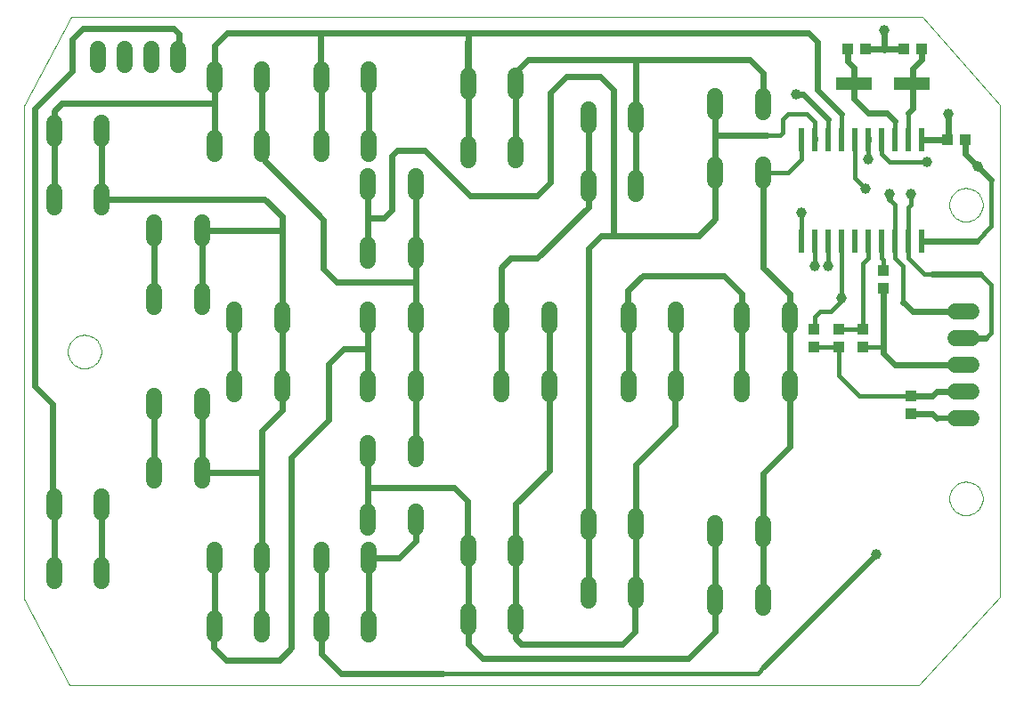
<source format=gtl>
G75*
G70*
%OFA0B0*%
%FSLAX24Y24*%
%IPPOS*%
%LPD*%
%AMOC8*
5,1,8,0,0,1.08239X$1,22.5*
%
%ADD10C,0.0000*%
%ADD11R,0.0236X0.0866*%
%ADD12R,0.1378X0.0472*%
%ADD13R,0.0433X0.0394*%
%ADD14R,0.0394X0.0433*%
%ADD15C,0.0600*%
%ADD16C,0.0594*%
%ADD17C,0.0240*%
%ADD18C,0.0396*%
%ADD19C,0.0200*%
%ADD20C,0.0160*%
%ADD21C,0.0120*%
D10*
X001917Y000100D02*
X033717Y000100D01*
X036737Y003400D01*
X036737Y021846D01*
X033821Y025146D01*
X001967Y025150D01*
X000217Y021796D01*
X000217Y003350D01*
X001917Y000100D01*
X001842Y012600D02*
X001844Y012650D01*
X001850Y012699D01*
X001860Y012748D01*
X001873Y012795D01*
X001891Y012842D01*
X001912Y012887D01*
X001936Y012930D01*
X001964Y012971D01*
X001995Y013010D01*
X002029Y013046D01*
X002066Y013080D01*
X002106Y013110D01*
X002147Y013137D01*
X002191Y013161D01*
X002236Y013181D01*
X002283Y013197D01*
X002331Y013210D01*
X002380Y013219D01*
X002430Y013224D01*
X002479Y013225D01*
X002529Y013222D01*
X002578Y013215D01*
X002627Y013204D01*
X002674Y013190D01*
X002720Y013171D01*
X002765Y013149D01*
X002808Y013124D01*
X002848Y013095D01*
X002886Y013063D01*
X002922Y013029D01*
X002955Y012991D01*
X002984Y012951D01*
X003010Y012909D01*
X003033Y012865D01*
X003052Y012819D01*
X003068Y012772D01*
X003080Y012723D01*
X003088Y012674D01*
X003092Y012625D01*
X003092Y012575D01*
X003088Y012526D01*
X003080Y012477D01*
X003068Y012428D01*
X003052Y012381D01*
X003033Y012335D01*
X003010Y012291D01*
X002984Y012249D01*
X002955Y012209D01*
X002922Y012171D01*
X002886Y012137D01*
X002848Y012105D01*
X002808Y012076D01*
X002765Y012051D01*
X002720Y012029D01*
X002674Y012010D01*
X002627Y011996D01*
X002578Y011985D01*
X002529Y011978D01*
X002479Y011975D01*
X002430Y011976D01*
X002380Y011981D01*
X002331Y011990D01*
X002283Y012003D01*
X002236Y012019D01*
X002191Y012039D01*
X002147Y012063D01*
X002106Y012090D01*
X002066Y012120D01*
X002029Y012154D01*
X001995Y012190D01*
X001964Y012229D01*
X001936Y012270D01*
X001912Y012313D01*
X001891Y012358D01*
X001873Y012405D01*
X001860Y012452D01*
X001850Y012501D01*
X001844Y012550D01*
X001842Y012600D01*
X034842Y007100D02*
X034844Y007150D01*
X034850Y007199D01*
X034860Y007248D01*
X034873Y007295D01*
X034891Y007342D01*
X034912Y007387D01*
X034936Y007430D01*
X034964Y007471D01*
X034995Y007510D01*
X035029Y007546D01*
X035066Y007580D01*
X035106Y007610D01*
X035147Y007637D01*
X035191Y007661D01*
X035236Y007681D01*
X035283Y007697D01*
X035331Y007710D01*
X035380Y007719D01*
X035430Y007724D01*
X035479Y007725D01*
X035529Y007722D01*
X035578Y007715D01*
X035627Y007704D01*
X035674Y007690D01*
X035720Y007671D01*
X035765Y007649D01*
X035808Y007624D01*
X035848Y007595D01*
X035886Y007563D01*
X035922Y007529D01*
X035955Y007491D01*
X035984Y007451D01*
X036010Y007409D01*
X036033Y007365D01*
X036052Y007319D01*
X036068Y007272D01*
X036080Y007223D01*
X036088Y007174D01*
X036092Y007125D01*
X036092Y007075D01*
X036088Y007026D01*
X036080Y006977D01*
X036068Y006928D01*
X036052Y006881D01*
X036033Y006835D01*
X036010Y006791D01*
X035984Y006749D01*
X035955Y006709D01*
X035922Y006671D01*
X035886Y006637D01*
X035848Y006605D01*
X035808Y006576D01*
X035765Y006551D01*
X035720Y006529D01*
X035674Y006510D01*
X035627Y006496D01*
X035578Y006485D01*
X035529Y006478D01*
X035479Y006475D01*
X035430Y006476D01*
X035380Y006481D01*
X035331Y006490D01*
X035283Y006503D01*
X035236Y006519D01*
X035191Y006539D01*
X035147Y006563D01*
X035106Y006590D01*
X035066Y006620D01*
X035029Y006654D01*
X034995Y006690D01*
X034964Y006729D01*
X034936Y006770D01*
X034912Y006813D01*
X034891Y006858D01*
X034873Y006905D01*
X034860Y006952D01*
X034850Y007001D01*
X034844Y007050D01*
X034842Y007100D01*
X034842Y018100D02*
X034844Y018150D01*
X034850Y018199D01*
X034860Y018248D01*
X034873Y018295D01*
X034891Y018342D01*
X034912Y018387D01*
X034936Y018430D01*
X034964Y018471D01*
X034995Y018510D01*
X035029Y018546D01*
X035066Y018580D01*
X035106Y018610D01*
X035147Y018637D01*
X035191Y018661D01*
X035236Y018681D01*
X035283Y018697D01*
X035331Y018710D01*
X035380Y018719D01*
X035430Y018724D01*
X035479Y018725D01*
X035529Y018722D01*
X035578Y018715D01*
X035627Y018704D01*
X035674Y018690D01*
X035720Y018671D01*
X035765Y018649D01*
X035808Y018624D01*
X035848Y018595D01*
X035886Y018563D01*
X035922Y018529D01*
X035955Y018491D01*
X035984Y018451D01*
X036010Y018409D01*
X036033Y018365D01*
X036052Y018319D01*
X036068Y018272D01*
X036080Y018223D01*
X036088Y018174D01*
X036092Y018125D01*
X036092Y018075D01*
X036088Y018026D01*
X036080Y017977D01*
X036068Y017928D01*
X036052Y017881D01*
X036033Y017835D01*
X036010Y017791D01*
X035984Y017749D01*
X035955Y017709D01*
X035922Y017671D01*
X035886Y017637D01*
X035848Y017605D01*
X035808Y017576D01*
X035765Y017551D01*
X035720Y017529D01*
X035674Y017510D01*
X035627Y017496D01*
X035578Y017485D01*
X035529Y017478D01*
X035479Y017475D01*
X035430Y017476D01*
X035380Y017481D01*
X035331Y017490D01*
X035283Y017503D01*
X035236Y017519D01*
X035191Y017539D01*
X035147Y017563D01*
X035106Y017590D01*
X035066Y017620D01*
X035029Y017654D01*
X034995Y017690D01*
X034964Y017729D01*
X034936Y017770D01*
X034912Y017813D01*
X034891Y017858D01*
X034873Y017905D01*
X034860Y017952D01*
X034850Y018001D01*
X034844Y018050D01*
X034842Y018100D01*
D11*
X033817Y016750D03*
X033317Y016750D03*
X032817Y016750D03*
X032317Y016750D03*
X031817Y016750D03*
X031317Y016750D03*
X030817Y016750D03*
X030317Y016750D03*
X029817Y016750D03*
X029317Y016750D03*
X029317Y020550D03*
X029817Y020550D03*
X030317Y020550D03*
X030817Y020550D03*
X031317Y020550D03*
X031817Y020550D03*
X032317Y020550D03*
X032817Y020550D03*
X033317Y020550D03*
X033817Y020550D03*
D12*
X033449Y022650D03*
X031284Y022650D03*
D13*
X031032Y023950D03*
X031701Y023950D03*
X033132Y023950D03*
X033801Y023950D03*
X034782Y020550D03*
X035451Y020550D03*
X031617Y013435D03*
X030717Y013435D03*
X030717Y012765D03*
X031617Y012765D03*
X029767Y012765D03*
X029767Y013435D03*
X033417Y010935D03*
X033417Y010265D03*
D14*
X032367Y014965D03*
X032367Y015635D03*
D15*
X028857Y014180D02*
X028857Y013580D01*
X027077Y013580D02*
X027077Y014180D01*
X024607Y014180D02*
X024607Y013580D01*
X022827Y013580D02*
X022827Y014180D01*
X019857Y014180D02*
X019857Y013580D01*
X018077Y013580D02*
X018077Y014180D01*
X014857Y014180D02*
X014857Y013580D01*
X013077Y013580D02*
X013077Y014180D01*
X013077Y016020D02*
X013077Y016620D01*
X014857Y016620D02*
X014857Y016020D01*
X014857Y018580D02*
X014857Y019180D01*
X013077Y019180D02*
X013077Y018580D01*
X013107Y020020D02*
X013107Y020620D01*
X011327Y020620D02*
X011327Y020020D01*
X009107Y020020D02*
X009107Y020620D01*
X007327Y020620D02*
X007327Y020020D01*
X007327Y022580D02*
X007327Y023180D01*
X009107Y023180D02*
X009107Y022580D01*
X011327Y022580D02*
X011327Y023180D01*
X013107Y023180D02*
X013107Y022580D01*
X016827Y022330D02*
X016827Y022930D01*
X018607Y022930D02*
X018607Y022330D01*
X021327Y021680D02*
X021327Y021080D01*
X023107Y021080D02*
X023107Y021680D01*
X026077Y021580D02*
X026077Y022180D01*
X027857Y022180D02*
X027857Y021580D01*
X027857Y019620D02*
X027857Y019020D01*
X026077Y019020D02*
X026077Y019620D01*
X023107Y019120D02*
X023107Y018520D01*
X021327Y018520D02*
X021327Y019120D01*
X018607Y019770D02*
X018607Y020370D01*
X016827Y020370D02*
X016827Y019770D01*
X009857Y014180D02*
X009857Y013580D01*
X008077Y013580D02*
X008077Y014180D01*
X006857Y014270D02*
X006857Y014870D01*
X005077Y014870D02*
X005077Y014270D01*
X005077Y016830D02*
X005077Y017430D01*
X006857Y017430D02*
X006857Y016830D01*
X003107Y018020D02*
X003107Y018620D01*
X001327Y018620D02*
X001327Y018020D01*
X001327Y020580D02*
X001327Y021180D01*
X003107Y021180D02*
X003107Y020580D01*
X008077Y011620D02*
X008077Y011020D01*
X006857Y010930D02*
X006857Y010330D01*
X005077Y010330D02*
X005077Y010930D01*
X005077Y008370D02*
X005077Y007770D01*
X006857Y007770D02*
X006857Y008370D01*
X003107Y007180D02*
X003107Y006580D01*
X001327Y006580D02*
X001327Y007180D01*
X001327Y004620D02*
X001327Y004020D01*
X003107Y004020D02*
X003107Y004620D01*
X007327Y004580D02*
X007327Y005180D01*
X009107Y005180D02*
X009107Y004580D01*
X011327Y004580D02*
X011327Y005180D01*
X013107Y005180D02*
X013107Y004580D01*
X013077Y006020D02*
X013077Y006620D01*
X014857Y006620D02*
X014857Y006020D01*
X016827Y005430D02*
X016827Y004830D01*
X018607Y004830D02*
X018607Y005430D01*
X021327Y005830D02*
X021327Y006430D01*
X023107Y006430D02*
X023107Y005830D01*
X023107Y003870D02*
X023107Y003270D01*
X021327Y003270D02*
X021327Y003870D01*
X018607Y002870D02*
X018607Y002270D01*
X016827Y002270D02*
X016827Y002870D01*
X013107Y002620D02*
X013107Y002020D01*
X011327Y002020D02*
X011327Y002620D01*
X009107Y002620D02*
X009107Y002020D01*
X007327Y002020D02*
X007327Y002620D01*
X013077Y008580D02*
X013077Y009180D01*
X014857Y009180D02*
X014857Y008580D01*
X014857Y011020D02*
X014857Y011620D01*
X013077Y011620D02*
X013077Y011020D01*
X009857Y011020D02*
X009857Y011620D01*
X018077Y011620D02*
X018077Y011020D01*
X019857Y011020D02*
X019857Y011620D01*
X022827Y011620D02*
X022827Y011020D01*
X024607Y011020D02*
X024607Y011620D01*
X027077Y011620D02*
X027077Y011020D01*
X028857Y011020D02*
X028857Y011620D01*
X027857Y006180D02*
X027857Y005580D01*
X026077Y005580D02*
X026077Y006180D01*
X026077Y003620D02*
X026077Y003020D01*
X027857Y003020D02*
X027857Y003620D01*
D16*
X035070Y010100D02*
X035664Y010100D01*
X035664Y011100D02*
X035070Y011100D01*
X035070Y012100D02*
X035664Y012100D01*
X035664Y013100D02*
X035070Y013100D01*
X035070Y014100D02*
X035664Y014100D01*
X005967Y023353D02*
X005967Y023947D01*
X004967Y023947D02*
X004967Y023353D01*
X003967Y023353D02*
X003967Y023947D01*
X002967Y023947D02*
X002967Y023353D01*
D17*
X002017Y023100D02*
X002017Y024300D01*
X002417Y024700D01*
X005817Y024700D01*
X006017Y024500D01*
X006017Y023700D01*
X005967Y023650D01*
X007327Y024060D02*
X007327Y022880D01*
X007327Y021900D01*
X001617Y021900D01*
X001327Y021610D01*
X001327Y020880D01*
X001327Y018320D01*
X003107Y018320D02*
X003107Y020880D01*
X002017Y023100D02*
X000617Y021700D01*
X000617Y011300D01*
X001267Y010650D01*
X001267Y006940D01*
X001327Y006880D01*
X001327Y004320D01*
X003107Y004320D02*
X003107Y006880D01*
X005077Y008070D02*
X005077Y010630D01*
X006857Y010630D02*
X006857Y008070D01*
X009037Y008070D01*
X009107Y008000D01*
X009107Y009640D01*
X009867Y010400D01*
X009867Y011300D01*
X009867Y011310D01*
X009857Y011320D02*
X009857Y013880D01*
X009857Y017100D01*
X009827Y017130D01*
X006857Y017130D01*
X006857Y014570D01*
X008077Y013880D02*
X008077Y011320D01*
X010217Y008650D02*
X011617Y010050D01*
X011617Y012150D01*
X012167Y012700D01*
X013017Y012700D01*
X013077Y012640D01*
X013077Y011320D01*
X014857Y011320D02*
X014857Y013880D01*
X014857Y015150D01*
X014807Y015200D01*
X011917Y015200D01*
X011417Y015700D01*
X011417Y017550D01*
X009107Y019860D01*
X009107Y020320D01*
X009107Y022880D01*
X007327Y022880D02*
X007307Y022900D01*
X007327Y021900D02*
X007327Y020320D01*
X009217Y018300D02*
X003127Y018300D01*
X003107Y018320D01*
X005077Y017130D02*
X005077Y014570D01*
X009857Y017100D02*
X009857Y017660D01*
X009217Y018300D01*
X011327Y020320D02*
X011327Y022880D01*
X011317Y022890D01*
X011317Y024500D01*
X011267Y024550D01*
X016817Y024550D01*
X016827Y024540D01*
X016827Y022630D01*
X016817Y022600D02*
X016817Y024200D01*
X016817Y024550D02*
X029567Y024550D01*
X029917Y024200D01*
X029917Y022400D01*
X030817Y021500D01*
X030317Y021300D02*
X029367Y022250D01*
X029117Y022250D01*
X027867Y021890D02*
X027867Y023050D01*
X027367Y023550D01*
X023067Y023550D01*
X023107Y023510D01*
X023107Y021380D01*
X023107Y018820D01*
X021327Y018820D02*
X021327Y018010D01*
X019417Y016100D01*
X018417Y016100D01*
X018067Y015750D01*
X018067Y013890D01*
X018077Y013880D01*
X018077Y011320D01*
X019857Y011320D02*
X019857Y008140D01*
X018617Y006900D01*
X018617Y005140D01*
X018607Y005130D01*
X018607Y002570D01*
X018607Y001860D01*
X018817Y001650D01*
X022617Y001650D01*
X023067Y002100D01*
X023067Y003530D01*
X023107Y003570D01*
X023107Y006130D01*
X023107Y008390D01*
X024567Y009850D01*
X024567Y011280D01*
X024607Y011320D01*
X024607Y013880D01*
X022827Y013880D02*
X022817Y013890D01*
X022817Y014900D01*
X023367Y015450D01*
X026417Y015450D01*
X027077Y014790D01*
X027077Y013880D01*
X027077Y011320D01*
X028857Y011320D02*
X028857Y013880D01*
X028857Y014760D01*
X027867Y015750D01*
X027867Y019350D01*
X028017Y020700D02*
X026077Y020700D01*
X026077Y021880D01*
X026077Y020700D02*
X026077Y019320D01*
X026077Y017560D01*
X025467Y016950D01*
X022217Y016950D01*
X022267Y017000D01*
X022267Y022400D01*
X021767Y022900D01*
X020517Y022900D01*
X019917Y022300D01*
X019917Y018950D01*
X019417Y018450D01*
X016917Y018450D01*
X015217Y020150D01*
X014167Y020150D01*
X013967Y019950D01*
X013967Y017900D01*
X013667Y017600D01*
X013127Y017600D01*
X013077Y017550D01*
X013077Y018880D01*
X013077Y017550D02*
X013077Y016320D01*
X014857Y016320D02*
X014857Y015150D01*
X014857Y016320D02*
X014857Y018880D01*
X016827Y020070D02*
X016827Y022590D01*
X016817Y022600D01*
X018607Y022630D02*
X018607Y023090D01*
X019067Y023550D01*
X023067Y023550D01*
X021327Y021380D02*
X021327Y018820D01*
X021817Y016950D02*
X021327Y016460D01*
X021327Y006130D01*
X021327Y003570D01*
X025067Y001100D02*
X026067Y002100D01*
X026067Y003310D01*
X026077Y003320D01*
X026077Y005880D01*
X026077Y005900D01*
X026077Y005940D01*
X026067Y005950D01*
X027857Y005880D02*
X027857Y008040D01*
X028867Y009050D01*
X028867Y011310D01*
X028857Y011320D01*
X032367Y012550D02*
X032817Y012100D01*
X035367Y012100D01*
X035417Y012100D01*
X035367Y011100D02*
X034367Y011100D01*
X034201Y010935D01*
X033417Y010935D01*
X033417Y010265D02*
X034201Y010265D01*
X034367Y010100D01*
X032367Y012550D02*
X032367Y012700D01*
X032367Y014965D01*
X033117Y014450D02*
X033142Y014425D01*
X033467Y014100D01*
X035367Y014100D01*
X035367Y013100D02*
X036217Y013100D01*
X036017Y015500D02*
X034217Y015500D01*
X033817Y016750D02*
X035867Y016750D01*
X032617Y018300D02*
X032617Y018500D01*
X035451Y020015D02*
X035917Y019550D01*
X036417Y019050D01*
X035451Y020015D02*
X035451Y020550D01*
X034817Y020550D02*
X034817Y020600D01*
X034817Y021500D01*
X034817Y020550D02*
X034817Y020500D01*
X034817Y020550D02*
X034782Y020550D01*
X033817Y020550D01*
X032817Y021250D02*
X032517Y021550D01*
X031817Y021550D01*
X031284Y022083D01*
X031284Y022650D01*
X031267Y022650D01*
X031267Y023250D01*
X031032Y023485D01*
X031032Y023950D01*
X031717Y023950D02*
X032417Y023950D01*
X033117Y023950D01*
X033801Y023950D02*
X033801Y023535D01*
X033467Y023200D01*
X033467Y022667D01*
X033449Y022650D01*
X033467Y022633D01*
X033467Y021700D01*
X033317Y021550D01*
X031817Y020600D02*
X031817Y020550D01*
X031817Y020500D01*
X029817Y020550D02*
X029817Y020600D01*
X027867Y021890D02*
X027857Y021880D01*
X031717Y023900D02*
X031717Y023950D01*
X032417Y023950D02*
X032417Y023900D01*
X032417Y023950D02*
X032417Y024650D01*
X022217Y016950D02*
X021817Y016950D01*
X018607Y020070D02*
X018607Y022630D01*
X013107Y022880D02*
X013107Y020320D01*
X007817Y024550D02*
X007327Y024060D01*
X007817Y024550D02*
X011267Y024550D01*
X013077Y013880D02*
X013077Y012700D01*
X013017Y012700D01*
X014857Y011320D02*
X014857Y008880D01*
X013077Y008880D02*
X013077Y007500D01*
X013077Y006320D01*
X013077Y007500D02*
X016317Y007500D01*
X016817Y007000D01*
X016817Y005140D01*
X016827Y005130D01*
X016827Y002570D01*
X016827Y001640D01*
X017367Y001100D01*
X025067Y001100D01*
X027917Y000800D02*
X032117Y005000D01*
X027857Y005880D02*
X027857Y003320D01*
X024617Y011310D02*
X024607Y011320D01*
X022827Y011320D02*
X022827Y013880D01*
X019857Y013880D02*
X019857Y011320D01*
X014867Y006310D02*
X014857Y006320D01*
X014867Y006310D02*
X014867Y005500D01*
X014247Y004880D01*
X013107Y004880D01*
X013107Y002320D01*
X011327Y002320D02*
X011327Y001290D01*
X012067Y000550D01*
X015867Y000550D01*
X011327Y002320D02*
X011327Y004880D01*
X009107Y004880D02*
X009107Y002320D01*
X010217Y001500D02*
X010217Y008650D01*
X009107Y008000D02*
X009107Y004880D01*
X007327Y004880D02*
X007327Y002320D01*
X007327Y002310D01*
X007317Y002300D01*
X007317Y001500D01*
X007767Y001050D01*
X009767Y001050D01*
X010217Y001500D01*
X007317Y002300D02*
X007317Y002350D01*
D18*
X029817Y015800D03*
X030317Y015800D03*
X030817Y014600D03*
X029317Y017800D03*
X031717Y018700D03*
X032617Y018500D03*
X033417Y018500D03*
X034017Y019700D03*
X031817Y019800D03*
X034817Y021500D03*
X035917Y019550D03*
X029117Y022250D03*
X032417Y024650D03*
X032117Y005000D03*
D19*
X034367Y010100D02*
X035367Y010100D01*
X034782Y020550D02*
X034817Y020600D01*
X033132Y023950D02*
X033117Y024000D01*
X033117Y023950D01*
X031717Y024000D02*
X031717Y023950D01*
X031701Y023950D02*
X031717Y024000D01*
X016827Y022630D02*
X016817Y022600D01*
X007417Y002300D02*
X007317Y002300D01*
X007327Y002320D02*
X007417Y002300D01*
D20*
X015867Y000550D02*
X027667Y000550D01*
X027917Y000800D01*
X031482Y010935D02*
X030717Y011700D01*
X030717Y012765D01*
X029767Y012765D01*
X029717Y013400D02*
X029717Y013500D01*
X029767Y013550D01*
X029817Y013600D01*
X029817Y013900D01*
X030017Y014100D01*
X030417Y014100D01*
X030817Y014500D01*
X030817Y014600D01*
X030817Y016750D01*
X030317Y016750D02*
X030317Y015800D01*
X029817Y015800D02*
X029817Y016750D01*
X029317Y016750D02*
X029317Y017800D01*
X031317Y019100D02*
X031717Y018700D01*
X031317Y019100D02*
X031317Y020550D01*
X030817Y020550D02*
X030817Y021500D01*
X030317Y021300D02*
X030317Y020550D01*
X029817Y020600D02*
X029817Y021200D01*
X029517Y021500D01*
X028817Y021500D01*
X028617Y021300D01*
X028617Y020800D01*
X028517Y020700D01*
X028017Y020700D01*
X029317Y020550D02*
X029317Y019800D01*
X028817Y019300D01*
X027877Y019300D01*
X027857Y019320D01*
X027857Y019340D01*
X027867Y019350D01*
X031817Y019800D02*
X031817Y020500D01*
X032317Y020550D02*
X032317Y020000D01*
X032617Y019700D01*
X034017Y019700D01*
X033317Y020550D02*
X033317Y021550D01*
X032817Y021250D02*
X032817Y020550D01*
X033417Y018500D02*
X033417Y018100D01*
X033317Y018000D01*
X033317Y016750D01*
X033317Y016100D01*
X033917Y015500D01*
X034217Y015500D01*
X033117Y015800D02*
X033117Y014400D01*
X032367Y015635D02*
X032367Y016050D01*
X032317Y016100D01*
X032317Y016750D01*
X032317Y016800D01*
X032817Y016750D02*
X032817Y018100D01*
X032617Y018300D01*
X032817Y016750D02*
X032817Y016100D01*
X033117Y015800D01*
X031817Y016100D02*
X031817Y016750D01*
X031817Y016100D02*
X031617Y015900D01*
X031617Y013435D01*
X031582Y013435D02*
X031617Y013400D01*
X031582Y013435D02*
X030717Y013435D01*
X031617Y012765D02*
X032301Y012765D01*
X032367Y012700D01*
X031482Y010935D02*
X033417Y010935D01*
X036217Y013100D02*
X036417Y013300D01*
X036417Y015100D01*
X036017Y015500D01*
X035867Y016750D02*
X036417Y017300D01*
X036417Y019050D01*
D21*
X033142Y014425D02*
X033117Y014400D01*
X031617Y013435D02*
X031617Y013400D01*
X029817Y013500D02*
X029767Y013550D01*
X029817Y013500D02*
X029767Y013435D01*
X026117Y005900D02*
X026077Y005900D01*
X026077Y005880D02*
X026117Y005900D01*
X009917Y011300D02*
X009867Y011300D01*
X009857Y011320D02*
X009917Y011300D01*
M02*

</source>
